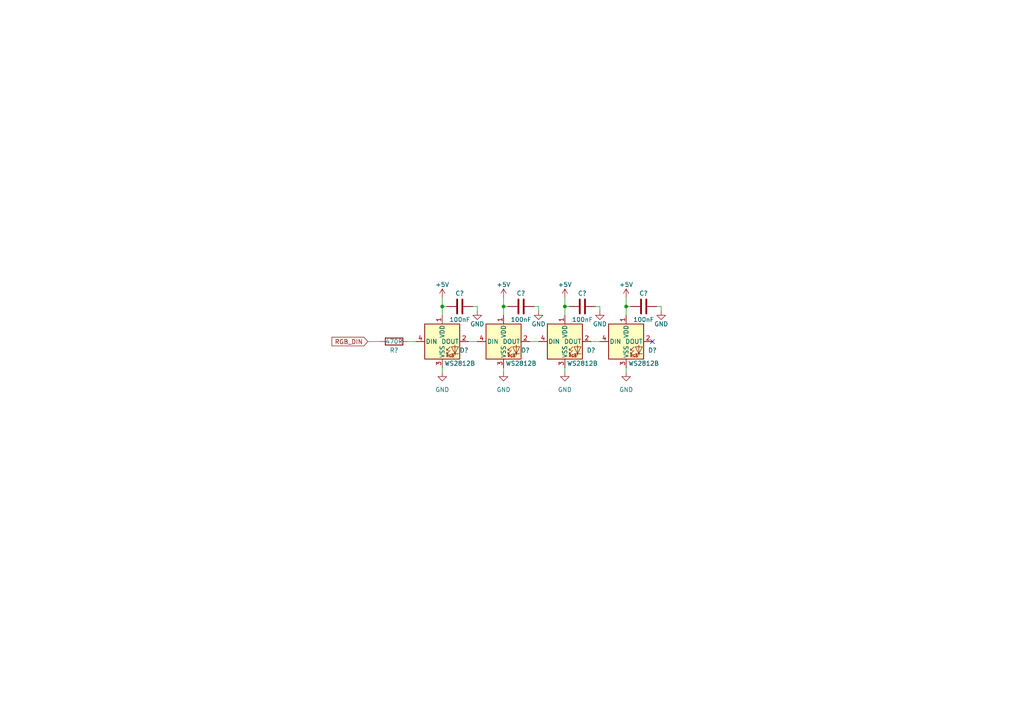
<source format=kicad_sch>
(kicad_sch (version 20230121) (generator eeschema)

  (uuid a7d1287f-57fb-4a28-8b98-58b2d23da060)

  (paper "A4")

  (title_block
    (title "ChronoVolt_Control")
    (date "2023-10-08")
    (rev "0.3")
    (company "Final Resolution")
  )

  (lib_symbols
    (symbol "Device:C" (pin_numbers hide) (pin_names (offset 0.254)) (in_bom yes) (on_board yes)
      (property "Reference" "C" (at 0.635 2.54 0)
        (effects (font (size 1.27 1.27)) (justify left))
      )
      (property "Value" "C" (at 0.635 -2.54 0)
        (effects (font (size 1.27 1.27)) (justify left))
      )
      (property "Footprint" "" (at 0.9652 -3.81 0)
        (effects (font (size 1.27 1.27)) hide)
      )
      (property "Datasheet" "~" (at 0 0 0)
        (effects (font (size 1.27 1.27)) hide)
      )
      (property "ki_keywords" "cap capacitor" (at 0 0 0)
        (effects (font (size 1.27 1.27)) hide)
      )
      (property "ki_description" "Unpolarized capacitor" (at 0 0 0)
        (effects (font (size 1.27 1.27)) hide)
      )
      (property "ki_fp_filters" "C_*" (at 0 0 0)
        (effects (font (size 1.27 1.27)) hide)
      )
      (symbol "C_0_1"
        (polyline
          (pts
            (xy -2.032 -0.762)
            (xy 2.032 -0.762)
          )
          (stroke (width 0.508) (type default))
          (fill (type none))
        )
        (polyline
          (pts
            (xy -2.032 0.762)
            (xy 2.032 0.762)
          )
          (stroke (width 0.508) (type default))
          (fill (type none))
        )
      )
      (symbol "C_1_1"
        (pin passive line (at 0 3.81 270) (length 2.794)
          (name "~" (effects (font (size 1.27 1.27))))
          (number "1" (effects (font (size 1.27 1.27))))
        )
        (pin passive line (at 0 -3.81 90) (length 2.794)
          (name "~" (effects (font (size 1.27 1.27))))
          (number "2" (effects (font (size 1.27 1.27))))
        )
      )
    )
    (symbol "Device:R" (pin_numbers hide) (pin_names (offset 0)) (in_bom yes) (on_board yes)
      (property "Reference" "R" (at 2.032 0 90)
        (effects (font (size 1.27 1.27)))
      )
      (property "Value" "R" (at 0 0 90)
        (effects (font (size 1.27 1.27)))
      )
      (property "Footprint" "" (at -1.778 0 90)
        (effects (font (size 1.27 1.27)) hide)
      )
      (property "Datasheet" "~" (at 0 0 0)
        (effects (font (size 1.27 1.27)) hide)
      )
      (property "ki_keywords" "R res resistor" (at 0 0 0)
        (effects (font (size 1.27 1.27)) hide)
      )
      (property "ki_description" "Resistor" (at 0 0 0)
        (effects (font (size 1.27 1.27)) hide)
      )
      (property "ki_fp_filters" "R_*" (at 0 0 0)
        (effects (font (size 1.27 1.27)) hide)
      )
      (symbol "R_0_1"
        (rectangle (start -1.016 -2.54) (end 1.016 2.54)
          (stroke (width 0.254) (type default))
          (fill (type none))
        )
      )
      (symbol "R_1_1"
        (pin passive line (at 0 3.81 270) (length 1.27)
          (name "~" (effects (font (size 1.27 1.27))))
          (number "1" (effects (font (size 1.27 1.27))))
        )
        (pin passive line (at 0 -3.81 90) (length 1.27)
          (name "~" (effects (font (size 1.27 1.27))))
          (number "2" (effects (font (size 1.27 1.27))))
        )
      )
    )
    (symbol "LED:WS2812B" (pin_names (offset 0.254)) (in_bom yes) (on_board yes)
      (property "Reference" "D" (at 5.08 5.715 0)
        (effects (font (size 1.27 1.27)) (justify right bottom))
      )
      (property "Value" "WS2812B" (at 1.27 -5.715 0)
        (effects (font (size 1.27 1.27)) (justify left top))
      )
      (property "Footprint" "LED_SMD:LED_WS2812B_PLCC4_5.0x5.0mm_P3.2mm" (at 1.27 -7.62 0)
        (effects (font (size 1.27 1.27)) (justify left top) hide)
      )
      (property "Datasheet" "https://cdn-shop.adafruit.com/datasheets/WS2812B.pdf" (at 2.54 -9.525 0)
        (effects (font (size 1.27 1.27)) (justify left top) hide)
      )
      (property "ki_keywords" "RGB LED NeoPixel addressable" (at 0 0 0)
        (effects (font (size 1.27 1.27)) hide)
      )
      (property "ki_description" "RGB LED with integrated controller" (at 0 0 0)
        (effects (font (size 1.27 1.27)) hide)
      )
      (property "ki_fp_filters" "LED*WS2812*PLCC*5.0x5.0mm*P3.2mm*" (at 0 0 0)
        (effects (font (size 1.27 1.27)) hide)
      )
      (symbol "WS2812B_0_0"
        (text "RGB" (at 2.286 -4.191 0)
          (effects (font (size 0.762 0.762)))
        )
      )
      (symbol "WS2812B_0_1"
        (polyline
          (pts
            (xy 1.27 -3.556)
            (xy 1.778 -3.556)
          )
          (stroke (width 0) (type default))
          (fill (type none))
        )
        (polyline
          (pts
            (xy 1.27 -2.54)
            (xy 1.778 -2.54)
          )
          (stroke (width 0) (type default))
          (fill (type none))
        )
        (polyline
          (pts
            (xy 4.699 -3.556)
            (xy 2.667 -3.556)
          )
          (stroke (width 0) (type default))
          (fill (type none))
        )
        (polyline
          (pts
            (xy 2.286 -2.54)
            (xy 1.27 -3.556)
            (xy 1.27 -3.048)
          )
          (stroke (width 0) (type default))
          (fill (type none))
        )
        (polyline
          (pts
            (xy 2.286 -1.524)
            (xy 1.27 -2.54)
            (xy 1.27 -2.032)
          )
          (stroke (width 0) (type default))
          (fill (type none))
        )
        (polyline
          (pts
            (xy 3.683 -1.016)
            (xy 3.683 -3.556)
            (xy 3.683 -4.064)
          )
          (stroke (width 0) (type default))
          (fill (type none))
        )
        (polyline
          (pts
            (xy 4.699 -1.524)
            (xy 2.667 -1.524)
            (xy 3.683 -3.556)
            (xy 4.699 -1.524)
          )
          (stroke (width 0) (type default))
          (fill (type none))
        )
        (rectangle (start 5.08 5.08) (end -5.08 -5.08)
          (stroke (width 0.254) (type default))
          (fill (type background))
        )
      )
      (symbol "WS2812B_1_1"
        (pin power_in line (at 0 7.62 270) (length 2.54)
          (name "VDD" (effects (font (size 1.27 1.27))))
          (number "1" (effects (font (size 1.27 1.27))))
        )
        (pin output line (at 7.62 0 180) (length 2.54)
          (name "DOUT" (effects (font (size 1.27 1.27))))
          (number "2" (effects (font (size 1.27 1.27))))
        )
        (pin power_in line (at 0 -7.62 90) (length 2.54)
          (name "VSS" (effects (font (size 1.27 1.27))))
          (number "3" (effects (font (size 1.27 1.27))))
        )
        (pin input line (at -7.62 0 0) (length 2.54)
          (name "DIN" (effects (font (size 1.27 1.27))))
          (number "4" (effects (font (size 1.27 1.27))))
        )
      )
    )
    (symbol "power:+5V" (power) (pin_names (offset 0)) (in_bom yes) (on_board yes)
      (property "Reference" "#PWR" (at 0 -3.81 0)
        (effects (font (size 1.27 1.27)) hide)
      )
      (property "Value" "+5V" (at 0 3.556 0)
        (effects (font (size 1.27 1.27)))
      )
      (property "Footprint" "" (at 0 0 0)
        (effects (font (size 1.27 1.27)) hide)
      )
      (property "Datasheet" "" (at 0 0 0)
        (effects (font (size 1.27 1.27)) hide)
      )
      (property "ki_keywords" "global power" (at 0 0 0)
        (effects (font (size 1.27 1.27)) hide)
      )
      (property "ki_description" "Power symbol creates a global label with name \"+5V\"" (at 0 0 0)
        (effects (font (size 1.27 1.27)) hide)
      )
      (symbol "+5V_0_1"
        (polyline
          (pts
            (xy -0.762 1.27)
            (xy 0 2.54)
          )
          (stroke (width 0) (type default))
          (fill (type none))
        )
        (polyline
          (pts
            (xy 0 0)
            (xy 0 2.54)
          )
          (stroke (width 0) (type default))
          (fill (type none))
        )
        (polyline
          (pts
            (xy 0 2.54)
            (xy 0.762 1.27)
          )
          (stroke (width 0) (type default))
          (fill (type none))
        )
      )
      (symbol "+5V_1_1"
        (pin power_in line (at 0 0 90) (length 0) hide
          (name "+5V" (effects (font (size 1.27 1.27))))
          (number "1" (effects (font (size 1.27 1.27))))
        )
      )
    )
    (symbol "power:GND" (power) (pin_names (offset 0)) (in_bom yes) (on_board yes)
      (property "Reference" "#PWR" (at 0 -6.35 0)
        (effects (font (size 1.27 1.27)) hide)
      )
      (property "Value" "GND" (at 0 -3.81 0)
        (effects (font (size 1.27 1.27)))
      )
      (property "Footprint" "" (at 0 0 0)
        (effects (font (size 1.27 1.27)) hide)
      )
      (property "Datasheet" "" (at 0 0 0)
        (effects (font (size 1.27 1.27)) hide)
      )
      (property "ki_keywords" "global power" (at 0 0 0)
        (effects (font (size 1.27 1.27)) hide)
      )
      (property "ki_description" "Power symbol creates a global label with name \"GND\" , ground" (at 0 0 0)
        (effects (font (size 1.27 1.27)) hide)
      )
      (symbol "GND_0_1"
        (polyline
          (pts
            (xy 0 0)
            (xy 0 -1.27)
            (xy 1.27 -1.27)
            (xy 0 -2.54)
            (xy -1.27 -1.27)
            (xy 0 -1.27)
          )
          (stroke (width 0) (type default))
          (fill (type none))
        )
      )
      (symbol "GND_1_1"
        (pin power_in line (at 0 0 270) (length 0) hide
          (name "GND" (effects (font (size 1.27 1.27))))
          (number "1" (effects (font (size 1.27 1.27))))
        )
      )
    )
  )

  (junction (at 128.27 88.9) (diameter 0) (color 0 0 0 0)
    (uuid 669d35da-3df9-4cb9-96ec-98673d120cce)
  )
  (junction (at 163.83 88.9) (diameter 0) (color 0 0 0 0)
    (uuid 7061b8da-eb99-45c3-a54c-1aba2dcd3cf2)
  )
  (junction (at 146.05 88.9) (diameter 0) (color 0 0 0 0)
    (uuid a61ef0c7-4350-405c-92aa-0afaa7ab698b)
  )
  (junction (at 181.61 88.9) (diameter 0) (color 0 0 0 0)
    (uuid f38dc435-4730-4f75-a26c-df92554e3e16)
  )

  (no_connect (at 189.23 99.06) (uuid e8e6b2a4-2272-4d1b-a184-e10660672ac6))

  (wire (pts (xy 163.83 86.36) (xy 163.83 88.9))
    (stroke (width 0) (type default))
    (uuid 0098d1f3-0b9c-4bea-b0ff-5dc10549c6a3)
  )
  (wire (pts (xy 181.61 88.9) (xy 182.88 88.9))
    (stroke (width 0) (type default))
    (uuid 0ec7fdbb-badd-4b41-a9fd-f5e8e84a4ac7)
  )
  (wire (pts (xy 181.61 106.68) (xy 181.61 107.95))
    (stroke (width 0) (type default))
    (uuid 18089482-efba-4737-b140-01ba49ac712a)
  )
  (wire (pts (xy 163.83 106.68) (xy 163.83 107.95))
    (stroke (width 0) (type default))
    (uuid 29634dd6-9772-4850-b26f-964559d1c2c3)
  )
  (wire (pts (xy 118.11 99.06) (xy 120.65 99.06))
    (stroke (width 0) (type default))
    (uuid 3558d595-7e0e-49f7-8162-0b9f7b35a6de)
  )
  (wire (pts (xy 181.61 86.36) (xy 181.61 88.9))
    (stroke (width 0) (type default))
    (uuid 3d04b82f-5f0e-4948-8f4b-298d952fbce2)
  )
  (wire (pts (xy 146.05 88.9) (xy 146.05 91.44))
    (stroke (width 0) (type default))
    (uuid 404bb17c-f121-4d7b-9219-3fe967cfb4bc)
  )
  (wire (pts (xy 106.68 99.06) (xy 110.49 99.06))
    (stroke (width 0) (type default))
    (uuid 482ca5e2-dc55-4d8a-b33d-2dd901f30ebe)
  )
  (wire (pts (xy 146.05 88.9) (xy 147.32 88.9))
    (stroke (width 0) (type default))
    (uuid 5eedf88e-0d62-425f-83f9-cec867325bf0)
  )
  (wire (pts (xy 156.21 88.9) (xy 156.21 90.17))
    (stroke (width 0) (type default))
    (uuid 6486aed6-6657-4f42-9f51-ffa1a12c88a3)
  )
  (wire (pts (xy 190.5 88.9) (xy 191.77 88.9))
    (stroke (width 0) (type default))
    (uuid 74723451-b5c7-435a-b961-d4a5b32bc656)
  )
  (wire (pts (xy 163.83 88.9) (xy 165.1 88.9))
    (stroke (width 0) (type default))
    (uuid 80e585bf-cfda-4c59-9cae-14ab130e8906)
  )
  (wire (pts (xy 173.99 88.9) (xy 173.99 90.17))
    (stroke (width 0) (type default))
    (uuid 85d8b820-4771-4b3d-8fae-45ec445339dd)
  )
  (wire (pts (xy 191.77 88.9) (xy 191.77 90.17))
    (stroke (width 0) (type default))
    (uuid 8818d912-756c-48b7-a8e2-dc25139e7c8c)
  )
  (wire (pts (xy 181.61 88.9) (xy 181.61 91.44))
    (stroke (width 0) (type default))
    (uuid 95e76d27-5643-432c-90dc-50dd213317d5)
  )
  (wire (pts (xy 135.89 99.06) (xy 138.43 99.06))
    (stroke (width 0) (type default))
    (uuid a9e690ca-79dd-4513-8d29-4b413c6a1c4f)
  )
  (wire (pts (xy 128.27 88.9) (xy 128.27 91.44))
    (stroke (width 0) (type default))
    (uuid afd7bcdc-cc88-4731-ba79-cf0dcf20569f)
  )
  (wire (pts (xy 146.05 86.36) (xy 146.05 88.9))
    (stroke (width 0) (type default))
    (uuid b3989f7c-bfb2-4049-a16c-7ab5470b2712)
  )
  (wire (pts (xy 154.94 88.9) (xy 156.21 88.9))
    (stroke (width 0) (type default))
    (uuid b4487334-3888-422b-94cc-85eaf0a43b40)
  )
  (wire (pts (xy 128.27 88.9) (xy 129.54 88.9))
    (stroke (width 0) (type default))
    (uuid b4ce83e5-41a7-416c-82b6-5b21fa135a84)
  )
  (wire (pts (xy 137.16 88.9) (xy 138.43 88.9))
    (stroke (width 0) (type default))
    (uuid b66b8729-e6c3-4fc9-9479-5fc4fdb5dc11)
  )
  (wire (pts (xy 172.72 88.9) (xy 173.99 88.9))
    (stroke (width 0) (type default))
    (uuid ca6ce820-0864-41d8-9f22-33a292259564)
  )
  (wire (pts (xy 171.45 99.06) (xy 173.99 99.06))
    (stroke (width 0) (type default))
    (uuid d996bca7-bf5c-4ecf-b649-21ec0ad2b912)
  )
  (wire (pts (xy 138.43 88.9) (xy 138.43 90.17))
    (stroke (width 0) (type default))
    (uuid dcaef094-a851-4153-afe4-1ba67c07d89b)
  )
  (wire (pts (xy 163.83 88.9) (xy 163.83 91.44))
    (stroke (width 0) (type default))
    (uuid e7548376-c482-4486-99d8-4c98d9ef962a)
  )
  (wire (pts (xy 146.05 106.68) (xy 146.05 107.95))
    (stroke (width 0) (type default))
    (uuid e876f6b8-8c4d-489c-834e-0ab5cbaf3310)
  )
  (wire (pts (xy 128.27 106.68) (xy 128.27 107.95))
    (stroke (width 0) (type default))
    (uuid e9d3b730-d6ac-43fd-bd02-0304156fa1d4)
  )
  (wire (pts (xy 128.27 86.36) (xy 128.27 88.9))
    (stroke (width 0) (type default))
    (uuid eaf7f20e-e867-4cf4-a65b-da1872a432dc)
  )
  (wire (pts (xy 153.67 99.06) (xy 156.21 99.06))
    (stroke (width 0) (type default))
    (uuid f8e873d7-2dfb-4855-949b-90f04a92081b)
  )

  (global_label "RGB_DIN" (shape input) (at 106.68 99.06 180) (fields_autoplaced)
    (effects (font (size 1.27 1.27)) (justify right))
    (uuid bcfcc738-9f1c-497b-8c29-50457add4037)
    (property "Intersheetrefs" "${INTERSHEET_REFS}" (at 96.284 98.9806 0)
      (effects (font (size 1.27 1.27)) (justify right))
    )
  )

  (symbol (lib_id "power:+5V") (at 146.05 86.36 0) (unit 1)
    (in_bom yes) (on_board yes) (dnp no)
    (uuid 13c57c7e-a75d-407c-b4a5-647d241cc43e)
    (property "Reference" "#PWR?" (at 146.05 90.17 0)
      (effects (font (size 1.27 1.27)) hide)
    )
    (property "Value" "+5V" (at 146.05 82.55 0)
      (effects (font (size 1.27 1.27)))
    )
    (property "Footprint" "" (at 146.05 86.36 0)
      (effects (font (size 1.27 1.27)) hide)
    )
    (property "Datasheet" "" (at 146.05 86.36 0)
      (effects (font (size 1.27 1.27)) hide)
    )
    (pin "1" (uuid 615e2985-346f-44f3-bd3c-2d17dfd1f08b))
    (instances
      (project "Final_MIX-EXP"
        (path "/57d1654d-9c25-44d8-bc57-77f170ab94a5/1bd801e9-81ad-49d1-a915-bb2a808c2e9d"
          (reference "#PWR?") (unit 1)
        )
      )
      (project "ChronoVolt_Control"
        (path "/cceb3d39-99f1-4cc7-aa1d-f414cbebc8ea/55e07237-0444-4317-824a-6ddd5bba4a1f"
          (reference "#PWR061") (unit 1)
        )
      )
    )
  )

  (symbol (lib_id "Device:C") (at 168.91 88.9 90) (unit 1)
    (in_bom yes) (on_board yes) (dnp no)
    (uuid 192a26fa-713c-4c7c-8740-d088e4a76818)
    (property "Reference" "C?" (at 170.18 85.09 90)
      (effects (font (size 1.27 1.27)) (justify left))
    )
    (property "Value" "100nF" (at 168.91 92.71 90)
      (effects (font (size 1.27 1.27)))
    )
    (property "Footprint" "Capacitor_SMD:C_0603_1608Metric" (at 172.72 87.9348 0)
      (effects (font (size 1.27 1.27)) hide)
    )
    (property "Datasheet" "~" (at 168.91 88.9 0)
      (effects (font (size 1.27 1.27)) hide)
    )
    (pin "1" (uuid 22e31666-db0c-42eb-b3e5-48ab438a21dd))
    (pin "2" (uuid eb990064-ff4a-42ba-b01e-ecd5cfdb389c))
    (instances
      (project "Final_MIX-EXP"
        (path "/57d1654d-9c25-44d8-bc57-77f170ab94a5/1bd801e9-81ad-49d1-a915-bb2a808c2e9d"
          (reference "C?") (unit 1)
        )
      )
      (project "ChronoVolt_Control"
        (path "/cceb3d39-99f1-4cc7-aa1d-f414cbebc8ea/55e07237-0444-4317-824a-6ddd5bba4a1f"
          (reference "C27") (unit 1)
        )
      )
    )
  )

  (symbol (lib_id "LED:WS2812B") (at 128.27 99.06 0) (unit 1)
    (in_bom yes) (on_board yes) (dnp no)
    (uuid 1bbda282-7c33-4078-93da-e5335710bd58)
    (property "Reference" "D?" (at 134.62 101.6 0)
      (effects (font (size 1.27 1.27)))
    )
    (property "Value" "WS2812B" (at 133.35 105.41 0)
      (effects (font (size 1.27 1.27)))
    )
    (property "Footprint" "ChronoVolt_Lib:LED-SMD_4P-L2.0-W1.8_CY-0807" (at 129.54 106.68 0)
      (effects (font (size 1.27 1.27)) (justify left top) hide)
    )
    (property "Datasheet" "https://cdn-shop.adafruit.com/datasheets/WS2812B.pdf" (at 130.81 108.585 0)
      (effects (font (size 1.27 1.27)) (justify left top) hide)
    )
    (pin "1" (uuid 16f15bd0-0961-44b0-8df8-833751116626))
    (pin "2" (uuid a1f2f4d4-1adc-495f-938a-7334345eda52))
    (pin "3" (uuid 88a5a801-1176-496f-97b3-51c63680dfc6))
    (pin "4" (uuid b67c7e73-9667-4850-aa28-12f02106f4c7))
    (instances
      (project "Final_MIX-EXP"
        (path "/57d1654d-9c25-44d8-bc57-77f170ab94a5/1bd801e9-81ad-49d1-a915-bb2a808c2e9d"
          (reference "D?") (unit 1)
        )
      )
      (project "ChronoVolt_Control"
        (path "/cceb3d39-99f1-4cc7-aa1d-f414cbebc8ea/55e07237-0444-4317-824a-6ddd5bba4a1f"
          (reference "D10") (unit 1)
        )
      )
    )
  )

  (symbol (lib_id "power:GND") (at 128.27 107.95 0) (unit 1)
    (in_bom yes) (on_board yes) (dnp no) (fields_autoplaced)
    (uuid 28c647ba-602d-4a62-a729-991b51d6baf5)
    (property "Reference" "#PWR?" (at 128.27 114.3 0)
      (effects (font (size 1.27 1.27)) hide)
    )
    (property "Value" "GND" (at 128.27 113.03 0)
      (effects (font (size 1.27 1.27)))
    )
    (property "Footprint" "" (at 128.27 107.95 0)
      (effects (font (size 1.27 1.27)) hide)
    )
    (property "Datasheet" "" (at 128.27 107.95 0)
      (effects (font (size 1.27 1.27)) hide)
    )
    (pin "1" (uuid 72aa9a40-1141-4f59-a4f7-95fa2a37d01c))
    (instances
      (project "Final_MIX-EXP"
        (path "/57d1654d-9c25-44d8-bc57-77f170ab94a5/1bd801e9-81ad-49d1-a915-bb2a808c2e9d"
          (reference "#PWR?") (unit 1)
        )
      )
      (project "ChronoVolt_Control"
        (path "/cceb3d39-99f1-4cc7-aa1d-f414cbebc8ea/55e07237-0444-4317-824a-6ddd5bba4a1f"
          (reference "#PWR059") (unit 1)
        )
      )
    )
  )

  (symbol (lib_id "power:GND") (at 191.77 90.17 0) (unit 1)
    (in_bom yes) (on_board yes) (dnp no)
    (uuid 2c12a3a8-e659-4820-b020-32efda3e1efd)
    (property "Reference" "#PWR?" (at 191.77 96.52 0)
      (effects (font (size 1.27 1.27)) hide)
    )
    (property "Value" "GND" (at 191.77 93.98 0)
      (effects (font (size 1.27 1.27)))
    )
    (property "Footprint" "" (at 191.77 90.17 0)
      (effects (font (size 1.27 1.27)) hide)
    )
    (property "Datasheet" "" (at 191.77 90.17 0)
      (effects (font (size 1.27 1.27)) hide)
    )
    (pin "1" (uuid 5fb56f44-8433-4f1b-b226-198b0cc10d5b))
    (instances
      (project "Final_MIX-EXP"
        (path "/57d1654d-9c25-44d8-bc57-77f170ab94a5/1bd801e9-81ad-49d1-a915-bb2a808c2e9d"
          (reference "#PWR?") (unit 1)
        )
      )
      (project "ChronoVolt_Control"
        (path "/cceb3d39-99f1-4cc7-aa1d-f414cbebc8ea/55e07237-0444-4317-824a-6ddd5bba4a1f"
          (reference "#PWR069") (unit 1)
        )
      )
    )
  )

  (symbol (lib_id "LED:WS2812B") (at 163.83 99.06 0) (unit 1)
    (in_bom yes) (on_board yes) (dnp no)
    (uuid 2fa7ea34-9d06-4c5b-887b-c55a0774f816)
    (property "Reference" "D?" (at 171.45 101.6 0)
      (effects (font (size 1.27 1.27)))
    )
    (property "Value" "WS2812B" (at 168.91 105.41 0)
      (effects (font (size 1.27 1.27)))
    )
    (property "Footprint" "ChronoVolt_Lib:LED-SMD_4P-L2.0-W1.8_CY-0807" (at 165.1 106.68 0)
      (effects (font (size 1.27 1.27)) (justify left top) hide)
    )
    (property "Datasheet" "https://cdn-shop.adafruit.com/datasheets/WS2812B.pdf" (at 166.37 108.585 0)
      (effects (font (size 1.27 1.27)) (justify left top) hide)
    )
    (pin "1" (uuid b00ec2b9-2a1d-4956-8bb0-ef6e7284f054))
    (pin "2" (uuid bf6bfb0d-3877-4fa9-a4d1-489119e3dffc))
    (pin "3" (uuid bfd866d0-279b-4f03-99d2-a7c684ec1fff))
    (pin "4" (uuid e4b91c3f-36f5-44d2-b2f0-ef81670af537))
    (instances
      (project "Final_MIX-EXP"
        (path "/57d1654d-9c25-44d8-bc57-77f170ab94a5/1bd801e9-81ad-49d1-a915-bb2a808c2e9d"
          (reference "D?") (unit 1)
        )
      )
      (project "ChronoVolt_Control"
        (path "/cceb3d39-99f1-4cc7-aa1d-f414cbebc8ea/55e07237-0444-4317-824a-6ddd5bba4a1f"
          (reference "D12") (unit 1)
        )
      )
    )
  )

  (symbol (lib_id "LED:WS2812B") (at 181.61 99.06 0) (unit 1)
    (in_bom yes) (on_board yes) (dnp no)
    (uuid 300f991e-42e8-4e2c-8318-4ac218af1bec)
    (property "Reference" "D?" (at 189.23 101.6 0)
      (effects (font (size 1.27 1.27)))
    )
    (property "Value" "WS2812B" (at 186.69 105.41 0)
      (effects (font (size 1.27 1.27)))
    )
    (property "Footprint" "ChronoVolt_Lib:LED-SMD_4P-L2.0-W1.8_CY-0807" (at 182.88 106.68 0)
      (effects (font (size 1.27 1.27)) (justify left top) hide)
    )
    (property "Datasheet" "https://cdn-shop.adafruit.com/datasheets/WS2812B.pdf" (at 184.15 108.585 0)
      (effects (font (size 1.27 1.27)) (justify left top) hide)
    )
    (pin "1" (uuid 17ff15a3-8c07-488e-9afd-e069ed506cb8))
    (pin "2" (uuid 2533cebd-4d4e-4c92-ad6b-3bcca69fa385))
    (pin "3" (uuid 269aee3d-33ad-49fa-affa-98ef019efede))
    (pin "4" (uuid efa2f69e-4d0a-4a2d-83a1-54489d42b8d0))
    (instances
      (project "Final_MIX-EXP"
        (path "/57d1654d-9c25-44d8-bc57-77f170ab94a5/1bd801e9-81ad-49d1-a915-bb2a808c2e9d"
          (reference "D?") (unit 1)
        )
      )
      (project "ChronoVolt_Control"
        (path "/cceb3d39-99f1-4cc7-aa1d-f414cbebc8ea/55e07237-0444-4317-824a-6ddd5bba4a1f"
          (reference "D13") (unit 1)
        )
      )
    )
  )

  (symbol (lib_id "power:+5V") (at 128.27 86.36 0) (unit 1)
    (in_bom yes) (on_board yes) (dnp no)
    (uuid 301bfd95-2936-4e4b-b7bb-e2f54d0e99dd)
    (property "Reference" "#PWR?" (at 128.27 90.17 0)
      (effects (font (size 1.27 1.27)) hide)
    )
    (property "Value" "+5V" (at 128.27 82.55 0)
      (effects (font (size 1.27 1.27)))
    )
    (property "Footprint" "" (at 128.27 86.36 0)
      (effects (font (size 1.27 1.27)) hide)
    )
    (property "Datasheet" "" (at 128.27 86.36 0)
      (effects (font (size 1.27 1.27)) hide)
    )
    (pin "1" (uuid c47c6d70-c296-499f-bdd7-8cf921305b31))
    (instances
      (project "Final_MIX-EXP"
        (path "/57d1654d-9c25-44d8-bc57-77f170ab94a5/1bd801e9-81ad-49d1-a915-bb2a808c2e9d"
          (reference "#PWR?") (unit 1)
        )
      )
      (project "ChronoVolt_Control"
        (path "/cceb3d39-99f1-4cc7-aa1d-f414cbebc8ea/55e07237-0444-4317-824a-6ddd5bba4a1f"
          (reference "#PWR058") (unit 1)
        )
      )
    )
  )

  (symbol (lib_id "Device:C") (at 151.13 88.9 90) (unit 1)
    (in_bom yes) (on_board yes) (dnp no)
    (uuid 537e71ac-7df9-44c6-a98b-aa4911dd8d68)
    (property "Reference" "C?" (at 152.4 85.09 90)
      (effects (font (size 1.27 1.27)) (justify left))
    )
    (property "Value" "100nF" (at 151.13 92.71 90)
      (effects (font (size 1.27 1.27)))
    )
    (property "Footprint" "Capacitor_SMD:C_0603_1608Metric" (at 154.94 87.9348 0)
      (effects (font (size 1.27 1.27)) hide)
    )
    (property "Datasheet" "~" (at 151.13 88.9 0)
      (effects (font (size 1.27 1.27)) hide)
    )
    (pin "1" (uuid 8168ddbf-c354-4b25-8633-d4aaf99bbd31))
    (pin "2" (uuid cd44cbb5-24e9-4b48-aaad-4a71ca55489a))
    (instances
      (project "Final_MIX-EXP"
        (path "/57d1654d-9c25-44d8-bc57-77f170ab94a5/1bd801e9-81ad-49d1-a915-bb2a808c2e9d"
          (reference "C?") (unit 1)
        )
      )
      (project "ChronoVolt_Control"
        (path "/cceb3d39-99f1-4cc7-aa1d-f414cbebc8ea/55e07237-0444-4317-824a-6ddd5bba4a1f"
          (reference "C26") (unit 1)
        )
      )
    )
  )

  (symbol (lib_id "Device:R") (at 114.3 99.06 90) (unit 1)
    (in_bom yes) (on_board yes) (dnp no)
    (uuid 643f63ad-74c6-4f90-af78-3e3d04b02a9e)
    (property "Reference" "R?" (at 114.3 101.6 90)
      (effects (font (size 1.27 1.27)))
    )
    (property "Value" "470R" (at 114.3 99.06 90)
      (effects (font (size 1.27 1.27)))
    )
    (property "Footprint" "Resistor_SMD:R_0603_1608Metric" (at 114.3 100.838 90)
      (effects (font (size 1.27 1.27)) hide)
    )
    (property "Datasheet" "~" (at 114.3 99.06 0)
      (effects (font (size 1.27 1.27)) hide)
    )
    (pin "1" (uuid 72759aae-c697-48c4-ad74-9ecf8929efc0))
    (pin "2" (uuid b59c7e26-fab7-4a0b-b7c1-aa70ff35628d))
    (instances
      (project "Final_MIX-EXP"
        (path "/57d1654d-9c25-44d8-bc57-77f170ab94a5/1bd801e9-81ad-49d1-a915-bb2a808c2e9d"
          (reference "R?") (unit 1)
        )
      )
      (project "ChronoVolt_Control"
        (path "/cceb3d39-99f1-4cc7-aa1d-f414cbebc8ea/55e07237-0444-4317-824a-6ddd5bba4a1f"
          (reference "R33") (unit 1)
        )
      )
    )
  )

  (symbol (lib_id "Device:C") (at 186.69 88.9 90) (unit 1)
    (in_bom yes) (on_board yes) (dnp no)
    (uuid 66a3de6a-4450-46ff-840e-ff22a069dd35)
    (property "Reference" "C?" (at 187.96 85.09 90)
      (effects (font (size 1.27 1.27)) (justify left))
    )
    (property "Value" "100nF" (at 186.69 92.71 90)
      (effects (font (size 1.27 1.27)))
    )
    (property "Footprint" "Capacitor_SMD:C_0603_1608Metric" (at 190.5 87.9348 0)
      (effects (font (size 1.27 1.27)) hide)
    )
    (property "Datasheet" "~" (at 186.69 88.9 0)
      (effects (font (size 1.27 1.27)) hide)
    )
    (pin "1" (uuid 2db049ce-026f-42cb-906a-116810032903))
    (pin "2" (uuid 2c9e5b35-00a3-4653-a2b3-5444593d4467))
    (instances
      (project "Final_MIX-EXP"
        (path "/57d1654d-9c25-44d8-bc57-77f170ab94a5/1bd801e9-81ad-49d1-a915-bb2a808c2e9d"
          (reference "C?") (unit 1)
        )
      )
      (project "ChronoVolt_Control"
        (path "/cceb3d39-99f1-4cc7-aa1d-f414cbebc8ea/55e07237-0444-4317-824a-6ddd5bba4a1f"
          (reference "C28") (unit 1)
        )
      )
    )
  )

  (symbol (lib_id "power:+5V") (at 163.83 86.36 0) (unit 1)
    (in_bom yes) (on_board yes) (dnp no)
    (uuid 955662fb-b011-47b5-a5c3-b4025b85e0eb)
    (property "Reference" "#PWR?" (at 163.83 90.17 0)
      (effects (font (size 1.27 1.27)) hide)
    )
    (property "Value" "+5V" (at 163.83 82.55 0)
      (effects (font (size 1.27 1.27)))
    )
    (property "Footprint" "" (at 163.83 86.36 0)
      (effects (font (size 1.27 1.27)) hide)
    )
    (property "Datasheet" "" (at 163.83 86.36 0)
      (effects (font (size 1.27 1.27)) hide)
    )
    (pin "1" (uuid 9c0d4f63-d78d-47a4-9253-0fe6eafb3e5e))
    (instances
      (project "Final_MIX-EXP"
        (path "/57d1654d-9c25-44d8-bc57-77f170ab94a5/1bd801e9-81ad-49d1-a915-bb2a808c2e9d"
          (reference "#PWR?") (unit 1)
        )
      )
      (project "ChronoVolt_Control"
        (path "/cceb3d39-99f1-4cc7-aa1d-f414cbebc8ea/55e07237-0444-4317-824a-6ddd5bba4a1f"
          (reference "#PWR064") (unit 1)
        )
      )
    )
  )

  (symbol (lib_id "power:GND") (at 181.61 107.95 0) (unit 1)
    (in_bom yes) (on_board yes) (dnp no) (fields_autoplaced)
    (uuid a2bee9c7-ac9b-4d94-bde8-032451ca8895)
    (property "Reference" "#PWR?" (at 181.61 114.3 0)
      (effects (font (size 1.27 1.27)) hide)
    )
    (property "Value" "GND" (at 181.61 113.03 0)
      (effects (font (size 1.27 1.27)))
    )
    (property "Footprint" "" (at 181.61 107.95 0)
      (effects (font (size 1.27 1.27)) hide)
    )
    (property "Datasheet" "" (at 181.61 107.95 0)
      (effects (font (size 1.27 1.27)) hide)
    )
    (pin "1" (uuid 7cbde6b0-2f93-4602-9c20-ffb4a2b2f2f4))
    (instances
      (project "Final_MIX-EXP"
        (path "/57d1654d-9c25-44d8-bc57-77f170ab94a5/1bd801e9-81ad-49d1-a915-bb2a808c2e9d"
          (reference "#PWR?") (unit 1)
        )
      )
      (project "ChronoVolt_Control"
        (path "/cceb3d39-99f1-4cc7-aa1d-f414cbebc8ea/55e07237-0444-4317-824a-6ddd5bba4a1f"
          (reference "#PWR068") (unit 1)
        )
      )
    )
  )

  (symbol (lib_id "power:GND") (at 163.83 107.95 0) (unit 1)
    (in_bom yes) (on_board yes) (dnp no) (fields_autoplaced)
    (uuid ae1a4282-45d7-41ff-87a1-f0cb46f3cb59)
    (property "Reference" "#PWR?" (at 163.83 114.3 0)
      (effects (font (size 1.27 1.27)) hide)
    )
    (property "Value" "GND" (at 163.83 113.03 0)
      (effects (font (size 1.27 1.27)))
    )
    (property "Footprint" "" (at 163.83 107.95 0)
      (effects (font (size 1.27 1.27)) hide)
    )
    (property "Datasheet" "" (at 163.83 107.95 0)
      (effects (font (size 1.27 1.27)) hide)
    )
    (pin "1" (uuid 310a697c-7191-4fe4-9c0c-a3be9a7d22b6))
    (instances
      (project "Final_MIX-EXP"
        (path "/57d1654d-9c25-44d8-bc57-77f170ab94a5/1bd801e9-81ad-49d1-a915-bb2a808c2e9d"
          (reference "#PWR?") (unit 1)
        )
      )
      (project "ChronoVolt_Control"
        (path "/cceb3d39-99f1-4cc7-aa1d-f414cbebc8ea/55e07237-0444-4317-824a-6ddd5bba4a1f"
          (reference "#PWR065") (unit 1)
        )
      )
    )
  )

  (symbol (lib_id "power:+5V") (at 181.61 86.36 0) (unit 1)
    (in_bom yes) (on_board yes) (dnp no)
    (uuid b077600f-8a51-45da-aef4-1f90a9e0d6f3)
    (property "Reference" "#PWR?" (at 181.61 90.17 0)
      (effects (font (size 1.27 1.27)) hide)
    )
    (property "Value" "+5V" (at 181.61 82.55 0)
      (effects (font (size 1.27 1.27)))
    )
    (property "Footprint" "" (at 181.61 86.36 0)
      (effects (font (size 1.27 1.27)) hide)
    )
    (property "Datasheet" "" (at 181.61 86.36 0)
      (effects (font (size 1.27 1.27)) hide)
    )
    (pin "1" (uuid ec87a527-9cc1-4316-870d-24ae951a9a5f))
    (instances
      (project "Final_MIX-EXP"
        (path "/57d1654d-9c25-44d8-bc57-77f170ab94a5/1bd801e9-81ad-49d1-a915-bb2a808c2e9d"
          (reference "#PWR?") (unit 1)
        )
      )
      (project "ChronoVolt_Control"
        (path "/cceb3d39-99f1-4cc7-aa1d-f414cbebc8ea/55e07237-0444-4317-824a-6ddd5bba4a1f"
          (reference "#PWR067") (unit 1)
        )
      )
    )
  )

  (symbol (lib_id "power:GND") (at 146.05 107.95 0) (unit 1)
    (in_bom yes) (on_board yes) (dnp no) (fields_autoplaced)
    (uuid c3306186-ec02-4693-95f1-2ab5f33ccefe)
    (property "Reference" "#PWR?" (at 146.05 114.3 0)
      (effects (font (size 1.27 1.27)) hide)
    )
    (property "Value" "GND" (at 146.05 113.03 0)
      (effects (font (size 1.27 1.27)))
    )
    (property "Footprint" "" (at 146.05 107.95 0)
      (effects (font (size 1.27 1.27)) hide)
    )
    (property "Datasheet" "" (at 146.05 107.95 0)
      (effects (font (size 1.27 1.27)) hide)
    )
    (pin "1" (uuid bdec053e-fc9c-4931-9103-a61a4738b967))
    (instances
      (project "Final_MIX-EXP"
        (path "/57d1654d-9c25-44d8-bc57-77f170ab94a5/1bd801e9-81ad-49d1-a915-bb2a808c2e9d"
          (reference "#PWR?") (unit 1)
        )
      )
      (project "ChronoVolt_Control"
        (path "/cceb3d39-99f1-4cc7-aa1d-f414cbebc8ea/55e07237-0444-4317-824a-6ddd5bba4a1f"
          (reference "#PWR062") (unit 1)
        )
      )
    )
  )

  (symbol (lib_id "power:GND") (at 173.99 90.17 0) (unit 1)
    (in_bom yes) (on_board yes) (dnp no)
    (uuid d7b7b3ec-c9fe-4cf4-8ae4-8996a5bed78b)
    (property "Reference" "#PWR?" (at 173.99 96.52 0)
      (effects (font (size 1.27 1.27)) hide)
    )
    (property "Value" "GND" (at 173.99 93.98 0)
      (effects (font (size 1.27 1.27)))
    )
    (property "Footprint" "" (at 173.99 90.17 0)
      (effects (font (size 1.27 1.27)) hide)
    )
    (property "Datasheet" "" (at 173.99 90.17 0)
      (effects (font (size 1.27 1.27)) hide)
    )
    (pin "1" (uuid 9e166bce-d9cc-4643-a412-7d9e82557c82))
    (instances
      (project "Final_MIX-EXP"
        (path "/57d1654d-9c25-44d8-bc57-77f170ab94a5/1bd801e9-81ad-49d1-a915-bb2a808c2e9d"
          (reference "#PWR?") (unit 1)
        )
      )
      (project "ChronoVolt_Control"
        (path "/cceb3d39-99f1-4cc7-aa1d-f414cbebc8ea/55e07237-0444-4317-824a-6ddd5bba4a1f"
          (reference "#PWR066") (unit 1)
        )
      )
    )
  )

  (symbol (lib_id "LED:WS2812B") (at 146.05 99.06 0) (unit 1)
    (in_bom yes) (on_board yes) (dnp no)
    (uuid d86fa4db-0000-432c-b8b6-d40624f8a002)
    (property "Reference" "D?" (at 152.4 101.6 0)
      (effects (font (size 1.27 1.27)))
    )
    (property "Value" "WS2812B" (at 151.13 105.41 0)
      (effects (font (size 1.27 1.27)))
    )
    (property "Footprint" "ChronoVolt_Lib:LED-SMD_4P-L2.0-W1.8_CY-0807" (at 147.32 106.68 0)
      (effects (font (size 1.27 1.27)) (justify left top) hide)
    )
    (property "Datasheet" "https://cdn-shop.adafruit.com/datasheets/WS2812B.pdf" (at 148.59 108.585 0)
      (effects (font (size 1.27 1.27)) (justify left top) hide)
    )
    (pin "1" (uuid 16648051-d651-4b6d-9971-0d613b9bf38d))
    (pin "2" (uuid 247c63ef-bdcf-4e83-9581-d3a33d184d7c))
    (pin "3" (uuid 89fb4594-e1b4-41dc-9db2-313495153d04))
    (pin "4" (uuid 83b798f9-d79a-46ce-8414-569a9a244f2a))
    (instances
      (project "Final_MIX-EXP"
        (path "/57d1654d-9c25-44d8-bc57-77f170ab94a5/1bd801e9-81ad-49d1-a915-bb2a808c2e9d"
          (reference "D?") (unit 1)
        )
      )
      (project "ChronoVolt_Control"
        (path "/cceb3d39-99f1-4cc7-aa1d-f414cbebc8ea/55e07237-0444-4317-824a-6ddd5bba4a1f"
          (reference "D11") (unit 1)
        )
      )
    )
  )

  (symbol (lib_id "power:GND") (at 138.43 90.17 0) (unit 1)
    (in_bom yes) (on_board yes) (dnp no)
    (uuid f1c8f7c3-e179-403c-8caf-e96478394de5)
    (property "Reference" "#PWR?" (at 138.43 96.52 0)
      (effects (font (size 1.27 1.27)) hide)
    )
    (property "Value" "GND" (at 138.43 93.98 0)
      (effects (font (size 1.27 1.27)))
    )
    (property "Footprint" "" (at 138.43 90.17 0)
      (effects (font (size 1.27 1.27)) hide)
    )
    (property "Datasheet" "" (at 138.43 90.17 0)
      (effects (font (size 1.27 1.27)) hide)
    )
    (pin "1" (uuid 06c18c04-fc39-47ab-af97-9bfc3e86a2b7))
    (instances
      (project "Final_MIX-EXP"
        (path "/57d1654d-9c25-44d8-bc57-77f170ab94a5/1bd801e9-81ad-49d1-a915-bb2a808c2e9d"
          (reference "#PWR?") (unit 1)
        )
      )
      (project "ChronoVolt_Control"
        (path "/cceb3d39-99f1-4cc7-aa1d-f414cbebc8ea/55e07237-0444-4317-824a-6ddd5bba4a1f"
          (reference "#PWR060") (unit 1)
        )
      )
    )
  )

  (symbol (lib_id "power:GND") (at 156.21 90.17 0) (unit 1)
    (in_bom yes) (on_board yes) (dnp no)
    (uuid f1e2c0eb-e915-408f-b5e6-7aa0680740b7)
    (property "Reference" "#PWR?" (at 156.21 96.52 0)
      (effects (font (size 1.27 1.27)) hide)
    )
    (property "Value" "GND" (at 156.21 93.98 0)
      (effects (font (size 1.27 1.27)))
    )
    (property "Footprint" "" (at 156.21 90.17 0)
      (effects (font (size 1.27 1.27)) hide)
    )
    (property "Datasheet" "" (at 156.21 90.17 0)
      (effects (font (size 1.27 1.27)) hide)
    )
    (pin "1" (uuid e51559aa-f0a9-4939-b070-f6fabc059e3c))
    (instances
      (project "Final_MIX-EXP"
        (path "/57d1654d-9c25-44d8-bc57-77f170ab94a5/1bd801e9-81ad-49d1-a915-bb2a808c2e9d"
          (reference "#PWR?") (unit 1)
        )
      )
      (project "ChronoVolt_Control"
        (path "/cceb3d39-99f1-4cc7-aa1d-f414cbebc8ea/55e07237-0444-4317-824a-6ddd5bba4a1f"
          (reference "#PWR063") (unit 1)
        )
      )
    )
  )

  (symbol (lib_id "Device:C") (at 133.35 88.9 90) (unit 1)
    (in_bom yes) (on_board yes) (dnp no)
    (uuid f57cbde8-e55a-4f31-b912-6f6dbf5e4646)
    (property "Reference" "C?" (at 134.62 85.09 90)
      (effects (font (size 1.27 1.27)) (justify left))
    )
    (property "Value" "100nF" (at 133.35 92.71 90)
      (effects (font (size 1.27 1.27)))
    )
    (property "Footprint" "Capacitor_SMD:C_0603_1608Metric" (at 137.16 87.9348 0)
      (effects (font (size 1.27 1.27)) hide)
    )
    (property "Datasheet" "~" (at 133.35 88.9 0)
      (effects (font (size 1.27 1.27)) hide)
    )
    (pin "1" (uuid f8ee40c9-7455-41b2-95b4-b81a9f5a5b3b))
    (pin "2" (uuid 2cbb55ea-d6c8-4aa1-953a-cdf2eb9fcf69))
    (instances
      (project "Final_MIX-EXP"
        (path "/57d1654d-9c25-44d8-bc57-77f170ab94a5/1bd801e9-81ad-49d1-a915-bb2a808c2e9d"
          (reference "C?") (unit 1)
        )
      )
      (project "ChronoVolt_Control"
        (path "/cceb3d39-99f1-4cc7-aa1d-f414cbebc8ea/55e07237-0444-4317-824a-6ddd5bba4a1f"
          (reference "C25") (unit 1)
        )
      )
    )
  )
)

</source>
